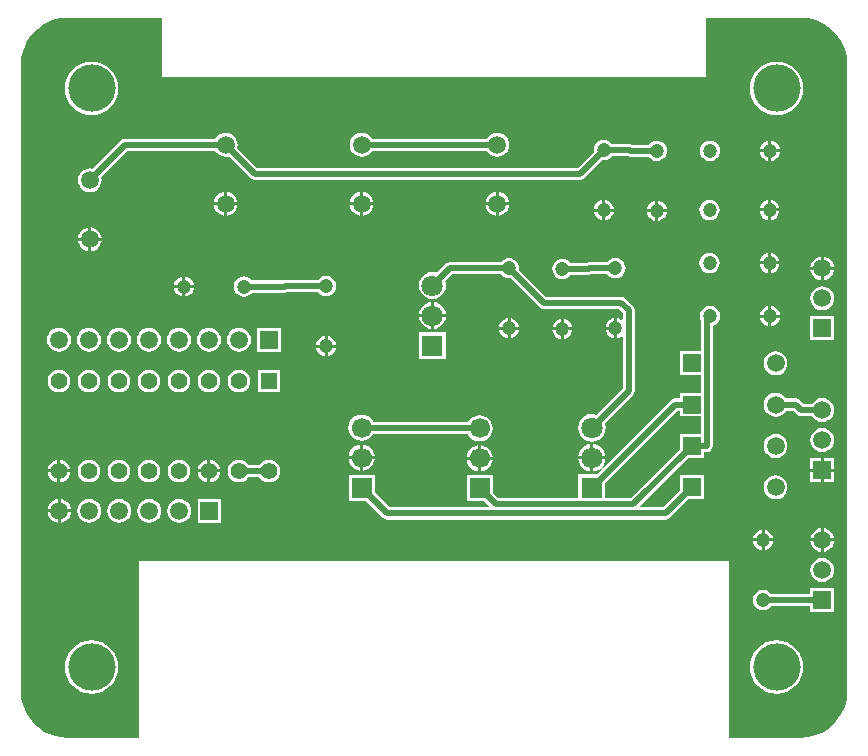
<source format=gbl>
G04*
G04 #@! TF.GenerationSoftware,Altium Limited,Altium Designer,20.2.6 (244)*
G04*
G04 Layer_Physical_Order=2*
G04 Layer_Color=16711680*
%FSLAX25Y25*%
%MOIN*%
G70*
G04*
G04 #@! TF.SameCoordinates,D736F6B9-9090-4B46-9E75-5C41576542F1*
G04*
G04*
G04 #@! TF.FilePolarity,Positive*
G04*
G01*
G75*
%ADD28C,0.02000*%
%ADD29R,0.07087X0.07087*%
%ADD30C,0.07087*%
%ADD31C,0.05906*%
%ADD32C,0.06693*%
%ADD33R,0.06693X0.06693*%
%ADD34C,0.04724*%
%ADD35R,0.05906X0.05906*%
%ADD36R,0.05906X0.05906*%
%ADD37R,0.05512X0.05512*%
%ADD38C,0.05512*%
%ADD39C,0.15748*%
G36*
X503282Y402418D02*
X505933Y401708D01*
X508421Y400548D01*
X510670Y398973D01*
X512611Y397032D01*
X514185Y394783D01*
X515345Y392296D01*
X516056Y389644D01*
X516295Y386909D01*
Y178248D01*
X516056Y175513D01*
X515345Y172862D01*
X514185Y170374D01*
X512611Y168125D01*
X510670Y166184D01*
X508421Y164610D01*
X505933Y163450D01*
X503282Y162739D01*
X500547Y162500D01*
X476925D01*
Y221555D01*
X280075D01*
Y162500D01*
X256453D01*
X253718Y162739D01*
X251067Y163450D01*
X248579Y164610D01*
X246330Y166184D01*
X244389Y168125D01*
X242814Y170374D01*
X241654Y172862D01*
X240944Y175513D01*
X240705Y178248D01*
Y386909D01*
X240944Y389644D01*
X241654Y392296D01*
X242814Y394783D01*
X244389Y397032D01*
X246330Y398973D01*
X248579Y400548D01*
X251067Y401708D01*
X253718Y402418D01*
X256453Y402657D01*
X287949D01*
Y382972D01*
X469051D01*
Y402657D01*
X500547D01*
X503282Y402418D01*
D02*
G37*
%LPC*%
G36*
X492673Y387952D02*
X490934Y387781D01*
X489261Y387274D01*
X487719Y386450D01*
X486368Y385341D01*
X485259Y383989D01*
X484435Y382448D01*
X483928Y380775D01*
X483756Y379035D01*
X483928Y377296D01*
X484435Y375623D01*
X485259Y374081D01*
X486368Y372730D01*
X487719Y371621D01*
X489261Y370797D01*
X490934Y370290D01*
X492673Y370118D01*
X494413Y370290D01*
X496086Y370797D01*
X497627Y371621D01*
X498978Y372730D01*
X500087Y374081D01*
X500911Y375623D01*
X501419Y377296D01*
X501590Y379035D01*
X501419Y380775D01*
X500911Y382448D01*
X500087Y383989D01*
X498978Y385341D01*
X497627Y386450D01*
X496086Y387274D01*
X494413Y387781D01*
X492673Y387952D01*
D02*
G37*
G36*
X264327D02*
X262587Y387781D01*
X260914Y387274D01*
X259373Y386450D01*
X258022Y385341D01*
X256913Y383989D01*
X256089Y382448D01*
X255581Y380775D01*
X255410Y379035D01*
X255581Y377296D01*
X256089Y375623D01*
X256913Y374081D01*
X258022Y372730D01*
X259373Y371621D01*
X260914Y370797D01*
X262587Y370290D01*
X264327Y370118D01*
X266066Y370290D01*
X267739Y370797D01*
X269281Y371621D01*
X270632Y372730D01*
X271741Y374081D01*
X272565Y375623D01*
X273072Y377296D01*
X273244Y379035D01*
X273072Y380775D01*
X272565Y382448D01*
X271741Y383989D01*
X270632Y385341D01*
X269281Y386450D01*
X267739Y387274D01*
X266066Y387781D01*
X264327Y387952D01*
D02*
G37*
G36*
X399606Y364223D02*
X398574Y364087D01*
X397613Y363689D01*
X396787Y363055D01*
X396189Y362275D01*
X357748D01*
X357150Y363055D01*
X356324Y363689D01*
X355363Y364087D01*
X354331Y364223D01*
X353299Y364087D01*
X352337Y363689D01*
X351512Y363055D01*
X350878Y362230D01*
X350480Y361268D01*
X350344Y360236D01*
X350480Y359204D01*
X350878Y358243D01*
X351512Y357417D01*
X352337Y356784D01*
X353299Y356385D01*
X354331Y356249D01*
X355363Y356385D01*
X356324Y356784D01*
X357150Y357417D01*
X357748Y358197D01*
X396189D01*
X396787Y357417D01*
X397613Y356784D01*
X398574Y356385D01*
X399606Y356249D01*
X400638Y356385D01*
X401600Y356784D01*
X402425Y357417D01*
X403059Y358243D01*
X403457Y359204D01*
X403593Y360236D01*
X403457Y361268D01*
X403059Y362230D01*
X402425Y363055D01*
X401600Y363689D01*
X400638Y364087D01*
X399606Y364223D01*
D02*
G37*
G36*
X309055D02*
X308023Y364087D01*
X307062Y363689D01*
X306236Y363055D01*
X305638Y362275D01*
X275591D01*
X275591Y362275D01*
X274810Y362120D01*
X274149Y361678D01*
X264754Y352284D01*
X263780Y352412D01*
X262748Y352276D01*
X261786Y351878D01*
X260961Y351244D01*
X260327Y350419D01*
X259929Y349457D01*
X259793Y348425D01*
X259929Y347393D01*
X260327Y346432D01*
X260961Y345606D01*
X261786Y344972D01*
X262748Y344574D01*
X263780Y344438D01*
X264811Y344574D01*
X265773Y344972D01*
X266599Y345606D01*
X267232Y346432D01*
X267631Y347393D01*
X267766Y348425D01*
X267638Y349400D01*
X276435Y358197D01*
X305638D01*
X306236Y357417D01*
X307062Y356784D01*
X308023Y356385D01*
X309055Y356249D01*
X310030Y356378D01*
X317249Y349158D01*
X317249Y349158D01*
X317911Y348716D01*
X318691Y348561D01*
X427214D01*
X427995Y348716D01*
X428656Y349158D01*
X434591Y355093D01*
X435039Y355034D01*
X435917Y355150D01*
X436735Y355488D01*
X437437Y356027D01*
X437713Y356386D01*
X443174D01*
X443177Y356384D01*
X443957Y356229D01*
X450083D01*
X450358Y355870D01*
X451060Y355331D01*
X451878Y354992D01*
X452756Y354877D01*
X453634Y354992D01*
X454452Y355331D01*
X455154Y355870D01*
X455693Y356572D01*
X456032Y357390D01*
X456147Y358268D01*
X456032Y359145D01*
X455693Y359963D01*
X455154Y360666D01*
X454452Y361205D01*
X453634Y361543D01*
X452756Y361659D01*
X451878Y361543D01*
X451060Y361205D01*
X450358Y360666D01*
X450083Y360307D01*
X444584D01*
X444580Y360309D01*
X443800Y360464D01*
X437713D01*
X437437Y360823D01*
X436735Y361362D01*
X435917Y361701D01*
X435039Y361816D01*
X434162Y361701D01*
X433344Y361362D01*
X432641Y360823D01*
X432102Y360121D01*
X431764Y359303D01*
X431648Y358425D01*
X431707Y357977D01*
X426369Y352639D01*
X319536D01*
X312914Y359261D01*
X313042Y360236D01*
X312906Y361268D01*
X312508Y362230D01*
X311874Y363055D01*
X311049Y363689D01*
X310087Y364087D01*
X309055Y364223D01*
D02*
G37*
G36*
X490972Y361593D02*
Y358768D01*
X493798D01*
X493748Y359145D01*
X493409Y359963D01*
X492870Y360666D01*
X492168Y361205D01*
X491350Y361543D01*
X490972Y361593D01*
D02*
G37*
G36*
X489972D02*
X489595Y361543D01*
X488777Y361205D01*
X488074Y360666D01*
X487535Y359963D01*
X487197Y359145D01*
X487147Y358768D01*
X489972D01*
Y361593D01*
D02*
G37*
G36*
X493798Y357768D02*
X490972D01*
Y354942D01*
X491350Y354992D01*
X492168Y355331D01*
X492870Y355870D01*
X493409Y356572D01*
X493748Y357390D01*
X493798Y357768D01*
D02*
G37*
G36*
X489972D02*
X487147D01*
X487197Y357390D01*
X487535Y356572D01*
X488074Y355870D01*
X488777Y355331D01*
X489595Y354992D01*
X489972Y354942D01*
Y357768D01*
D02*
G37*
G36*
X470472Y361659D02*
X469595Y361543D01*
X468777Y361205D01*
X468074Y360666D01*
X467535Y359963D01*
X467197Y359145D01*
X467081Y358268D01*
X467197Y357390D01*
X467535Y356572D01*
X468074Y355870D01*
X468777Y355331D01*
X469595Y354992D01*
X470472Y354877D01*
X471350Y354992D01*
X472168Y355331D01*
X472870Y355870D01*
X473409Y356572D01*
X473748Y357390D01*
X473864Y358268D01*
X473748Y359145D01*
X473409Y359963D01*
X472870Y360666D01*
X472168Y361205D01*
X471350Y361543D01*
X470472Y361659D01*
D02*
G37*
G36*
X400106Y344472D02*
Y341051D01*
X403527D01*
X403457Y341583D01*
X403059Y342545D01*
X402425Y343370D01*
X401600Y344004D01*
X400638Y344402D01*
X400106Y344472D01*
D02*
G37*
G36*
X354831D02*
Y341051D01*
X358252D01*
X358182Y341583D01*
X357784Y342545D01*
X357150Y343370D01*
X356324Y344004D01*
X355363Y344402D01*
X354831Y344472D01*
D02*
G37*
G36*
X309555D02*
Y341051D01*
X312976D01*
X312906Y341583D01*
X312508Y342545D01*
X311874Y343370D01*
X311049Y344004D01*
X310087Y344402D01*
X309555Y344472D01*
D02*
G37*
G36*
X399106D02*
X398574Y344402D01*
X397613Y344004D01*
X396787Y343370D01*
X396154Y342545D01*
X395755Y341583D01*
X395685Y341051D01*
X399106D01*
Y344472D01*
D02*
G37*
G36*
X353831D02*
X353299Y344402D01*
X352337Y344004D01*
X351512Y343370D01*
X350878Y342545D01*
X350480Y341583D01*
X350410Y341051D01*
X353831D01*
Y344472D01*
D02*
G37*
G36*
X308555D02*
X308023Y344402D01*
X307062Y344004D01*
X306236Y343370D01*
X305603Y342545D01*
X305204Y341583D01*
X305134Y341051D01*
X308555D01*
Y344472D01*
D02*
G37*
G36*
X490815Y341908D02*
Y339083D01*
X493640D01*
X493591Y339460D01*
X493252Y340278D01*
X492713Y340981D01*
X492011Y341519D01*
X491193Y341858D01*
X490815Y341908D01*
D02*
G37*
G36*
X489815D02*
X489437Y341858D01*
X488619Y341519D01*
X487917Y340981D01*
X487378Y340278D01*
X487039Y339460D01*
X486990Y339083D01*
X489815D01*
Y341908D01*
D02*
G37*
G36*
X435539Y341751D02*
Y338925D01*
X438365D01*
X438315Y339303D01*
X437976Y340121D01*
X437437Y340823D01*
X436735Y341362D01*
X435917Y341701D01*
X435539Y341751D01*
D02*
G37*
G36*
X434539D02*
X434162Y341701D01*
X433344Y341362D01*
X432641Y340823D01*
X432102Y340121D01*
X431764Y339303D01*
X431714Y338925D01*
X434539D01*
Y341751D01*
D02*
G37*
G36*
X453256Y341593D02*
Y338768D01*
X456081D01*
X456032Y339145D01*
X455693Y339963D01*
X455154Y340666D01*
X454452Y341205D01*
X453634Y341544D01*
X453256Y341593D01*
D02*
G37*
G36*
X452256D02*
X451878Y341544D01*
X451060Y341205D01*
X450358Y340666D01*
X449819Y339963D01*
X449480Y339145D01*
X449431Y338768D01*
X452256D01*
Y341593D01*
D02*
G37*
G36*
X403527Y340051D02*
X400106D01*
Y336630D01*
X400638Y336700D01*
X401600Y337099D01*
X402425Y337732D01*
X403059Y338558D01*
X403457Y339519D01*
X403527Y340051D01*
D02*
G37*
G36*
X358252D02*
X354831D01*
Y336630D01*
X355363Y336700D01*
X356324Y337099D01*
X357150Y337732D01*
X357784Y338558D01*
X358182Y339519D01*
X358252Y340051D01*
D02*
G37*
G36*
X312976D02*
X309555D01*
Y336630D01*
X310087Y336700D01*
X311049Y337099D01*
X311874Y337732D01*
X312508Y338558D01*
X312906Y339519D01*
X312976Y340051D01*
D02*
G37*
G36*
X399106D02*
X395685D01*
X395755Y339519D01*
X396154Y338558D01*
X396787Y337732D01*
X397613Y337099D01*
X398574Y336700D01*
X399106Y336630D01*
Y340051D01*
D02*
G37*
G36*
X353831D02*
X350410D01*
X350480Y339519D01*
X350878Y338558D01*
X351512Y337732D01*
X352337Y337099D01*
X353299Y336700D01*
X353831Y336630D01*
Y340051D01*
D02*
G37*
G36*
X308555D02*
X305134D01*
X305204Y339519D01*
X305603Y338558D01*
X306236Y337732D01*
X307062Y337099D01*
X308023Y336700D01*
X308555Y336630D01*
Y340051D01*
D02*
G37*
G36*
X493640Y338083D02*
X490815D01*
Y335257D01*
X491193Y335307D01*
X492011Y335646D01*
X492713Y336185D01*
X493252Y336887D01*
X493591Y337705D01*
X493640Y338083D01*
D02*
G37*
G36*
X489815D02*
X486990D01*
X487039Y337705D01*
X487378Y336887D01*
X487917Y336185D01*
X488619Y335646D01*
X489437Y335307D01*
X489815Y335257D01*
Y338083D01*
D02*
G37*
G36*
X470315Y341974D02*
X469437Y341858D01*
X468619Y341519D01*
X467917Y340981D01*
X467378Y340278D01*
X467039Y339460D01*
X466924Y338583D01*
X467039Y337705D01*
X467378Y336887D01*
X467917Y336185D01*
X468619Y335646D01*
X469437Y335307D01*
X470315Y335191D01*
X471193Y335307D01*
X472011Y335646D01*
X472713Y336185D01*
X473252Y336887D01*
X473591Y337705D01*
X473706Y338583D01*
X473591Y339460D01*
X473252Y340278D01*
X472713Y340981D01*
X472011Y341519D01*
X471193Y341858D01*
X470315Y341974D01*
D02*
G37*
G36*
X438365Y337925D02*
X435539D01*
Y335100D01*
X435917Y335150D01*
X436735Y335488D01*
X437437Y336027D01*
X437976Y336730D01*
X438315Y337547D01*
X438365Y337925D01*
D02*
G37*
G36*
X434539D02*
X431714D01*
X431764Y337547D01*
X432102Y336730D01*
X432641Y336027D01*
X433344Y335488D01*
X434162Y335150D01*
X434539Y335100D01*
Y337925D01*
D02*
G37*
G36*
X456081Y337768D02*
X453256D01*
Y334942D01*
X453634Y334992D01*
X454452Y335331D01*
X455154Y335870D01*
X455693Y336572D01*
X456032Y337390D01*
X456081Y337768D01*
D02*
G37*
G36*
X452256D02*
X449431D01*
X449480Y337390D01*
X449819Y336572D01*
X450358Y335870D01*
X451060Y335331D01*
X451878Y334992D01*
X452256Y334942D01*
Y337768D01*
D02*
G37*
G36*
X264280Y332661D02*
Y329240D01*
X267701D01*
X267631Y329772D01*
X267232Y330734D01*
X266599Y331559D01*
X265773Y332193D01*
X264811Y332591D01*
X264280Y332661D01*
D02*
G37*
G36*
X263280D02*
X262748Y332591D01*
X261786Y332193D01*
X260961Y331559D01*
X260327Y330734D01*
X259929Y329772D01*
X259859Y329240D01*
X263280D01*
Y332661D01*
D02*
G37*
G36*
X267701Y328240D02*
X264280D01*
Y324819D01*
X264811Y324889D01*
X265773Y325288D01*
X266599Y325921D01*
X267232Y326747D01*
X267631Y327708D01*
X267701Y328240D01*
D02*
G37*
G36*
X263280D02*
X259859D01*
X259929Y327708D01*
X260327Y326747D01*
X260961Y325921D01*
X261786Y325288D01*
X262748Y324889D01*
X263280Y324819D01*
Y328240D01*
D02*
G37*
G36*
X490815Y324192D02*
Y321366D01*
X493640D01*
X493591Y321744D01*
X493252Y322562D01*
X492713Y323264D01*
X492011Y323803D01*
X491193Y324142D01*
X490815Y324192D01*
D02*
G37*
G36*
X489815D02*
X489437Y324142D01*
X488619Y323803D01*
X487917Y323264D01*
X487378Y322562D01*
X487039Y321744D01*
X486990Y321366D01*
X489815D01*
Y324192D01*
D02*
G37*
G36*
X438976Y322446D02*
X438099Y322331D01*
X437281Y321992D01*
X436578Y321453D01*
X436303Y321094D01*
X430158D01*
X429377Y320939D01*
X429374Y320937D01*
X423933D01*
X423658Y321296D01*
X422955Y321834D01*
X422137Y322173D01*
X421260Y322289D01*
X420382Y322173D01*
X419564Y321834D01*
X418862Y321296D01*
X418323Y320593D01*
X417984Y319775D01*
X417869Y318898D01*
X417984Y318020D01*
X418323Y317202D01*
X418862Y316500D01*
X419564Y315961D01*
X420382Y315622D01*
X421260Y315506D01*
X422137Y315622D01*
X422955Y315961D01*
X423658Y316500D01*
X423933Y316858D01*
X430000D01*
X430780Y317014D01*
X430784Y317016D01*
X436303D01*
X436578Y316657D01*
X437281Y316118D01*
X438099Y315779D01*
X438976Y315664D01*
X439854Y315779D01*
X440672Y316118D01*
X441374Y316657D01*
X441913Y317360D01*
X442252Y318178D01*
X442368Y319055D01*
X442252Y319933D01*
X441913Y320751D01*
X441374Y321453D01*
X440672Y321992D01*
X439854Y322331D01*
X438976Y322446D01*
D02*
G37*
G36*
X508374Y322976D02*
Y319555D01*
X511795D01*
X511725Y320087D01*
X511327Y321049D01*
X510693Y321874D01*
X509867Y322508D01*
X508906Y322906D01*
X508374Y322976D01*
D02*
G37*
G36*
X507374D02*
X506842Y322906D01*
X505881Y322508D01*
X505055Y321874D01*
X504421Y321049D01*
X504023Y320087D01*
X503953Y319555D01*
X507374D01*
Y322976D01*
D02*
G37*
G36*
X403543Y322446D02*
X402666Y322331D01*
X401848Y321992D01*
X401145Y321453D01*
X400870Y321094D01*
X383701D01*
X382921Y320939D01*
X382259Y320497D01*
X379391Y317629D01*
X379139Y317733D01*
X377953Y317889D01*
X376767Y317733D01*
X375661Y317276D01*
X374712Y316547D01*
X373984Y315598D01*
X373526Y314493D01*
X373370Y313307D01*
X373526Y312121D01*
X373984Y311016D01*
X374712Y310067D01*
X375661Y309338D01*
X376767Y308881D01*
X377953Y308724D01*
X379139Y308881D01*
X380244Y309338D01*
X381193Y310067D01*
X381921Y311016D01*
X382379Y312121D01*
X382535Y313307D01*
X382379Y314493D01*
X382275Y314745D01*
X384546Y317016D01*
X400870D01*
X401145Y316657D01*
X401848Y316118D01*
X402666Y315779D01*
X403543Y315664D01*
X403992Y315723D01*
X413657Y306058D01*
X414318Y305616D01*
X415099Y305461D01*
X440055D01*
X441361Y304155D01*
Y302029D01*
X440912Y301808D01*
X440672Y301992D01*
X439854Y302331D01*
X439476Y302381D01*
Y299055D01*
Y295730D01*
X439854Y295779D01*
X440672Y296118D01*
X440912Y296303D01*
X441361Y296082D01*
Y279048D01*
X432541Y270228D01*
X432288Y270332D01*
X431102Y270488D01*
X429916Y270332D01*
X428811Y269874D01*
X427862Y269146D01*
X427134Y268197D01*
X426676Y267092D01*
X426520Y265906D01*
X426676Y264720D01*
X427134Y263614D01*
X427862Y262665D01*
X428811Y261937D01*
X429916Y261479D01*
X431102Y261323D01*
X432288Y261479D01*
X433394Y261937D01*
X434343Y262665D01*
X435071Y263614D01*
X435529Y264720D01*
X435685Y265906D01*
X435529Y267092D01*
X435424Y267344D01*
X444842Y276761D01*
X445284Y277423D01*
X445439Y278203D01*
Y305000D01*
X445284Y305780D01*
X444842Y306442D01*
X442342Y308942D01*
X441680Y309384D01*
X440900Y309539D01*
X415943D01*
X406876Y318607D01*
X406935Y319055D01*
X406819Y319933D01*
X406480Y320751D01*
X405941Y321453D01*
X405239Y321992D01*
X404421Y322331D01*
X403543Y322446D01*
D02*
G37*
G36*
X493640Y320366D02*
X490815D01*
Y317541D01*
X491193Y317590D01*
X492011Y317929D01*
X492713Y318468D01*
X493252Y319171D01*
X493591Y319988D01*
X493640Y320366D01*
D02*
G37*
G36*
X489815D02*
X486990D01*
X487039Y319988D01*
X487378Y319171D01*
X487917Y318468D01*
X488619Y317929D01*
X489437Y317590D01*
X489815Y317541D01*
Y320366D01*
D02*
G37*
G36*
X470315Y324257D02*
X469437Y324142D01*
X468619Y323803D01*
X467917Y323264D01*
X467378Y322562D01*
X467039Y321744D01*
X466924Y320866D01*
X467039Y319988D01*
X467378Y319171D01*
X467917Y318468D01*
X468619Y317929D01*
X469437Y317590D01*
X470315Y317475D01*
X471193Y317590D01*
X472011Y317929D01*
X472713Y318468D01*
X473252Y319171D01*
X473591Y319988D01*
X473706Y320866D01*
X473591Y321744D01*
X473252Y322562D01*
X472713Y323264D01*
X472011Y323803D01*
X471193Y324142D01*
X470315Y324257D01*
D02*
G37*
G36*
X511795Y318555D02*
X508374D01*
Y315134D01*
X508906Y315204D01*
X509867Y315602D01*
X510693Y316236D01*
X511327Y317062D01*
X511725Y318023D01*
X511795Y318555D01*
D02*
G37*
G36*
X507374D02*
X503953D01*
X504023Y318023D01*
X504421Y317062D01*
X505055Y316236D01*
X505881Y315602D01*
X506842Y315204D01*
X507374Y315134D01*
Y318555D01*
D02*
G37*
G36*
X342520Y316541D02*
X341642Y316425D01*
X340824Y316087D01*
X340122Y315548D01*
X339846Y315189D01*
X328857D01*
X328077Y315034D01*
X328074Y315031D01*
X317791D01*
X317516Y315390D01*
X316814Y315929D01*
X315996Y316268D01*
X315118Y316383D01*
X314241Y316268D01*
X313423Y315929D01*
X312720Y315390D01*
X312181Y314688D01*
X311842Y313870D01*
X311727Y312992D01*
X311842Y312115D01*
X312181Y311297D01*
X312720Y310594D01*
X313423Y310055D01*
X314241Y309717D01*
X315118Y309601D01*
X315996Y309717D01*
X316814Y310055D01*
X317516Y310594D01*
X317791Y310953D01*
X328700D01*
X329480Y311108D01*
X329484Y311110D01*
X339846D01*
X340122Y310752D01*
X340824Y310213D01*
X341642Y309874D01*
X342520Y309758D01*
X343397Y309874D01*
X344215Y310213D01*
X344917Y310752D01*
X345457Y311454D01*
X345795Y312272D01*
X345911Y313150D01*
X345795Y314027D01*
X345457Y314845D01*
X344917Y315548D01*
X344215Y316087D01*
X343397Y316425D01*
X342520Y316541D01*
D02*
G37*
G36*
X295618Y316318D02*
Y313492D01*
X298444D01*
X298394Y313870D01*
X298055Y314688D01*
X297516Y315390D01*
X296814Y315929D01*
X295996Y316268D01*
X295618Y316318D01*
D02*
G37*
G36*
X294618D02*
X294240Y316268D01*
X293423Y315929D01*
X292720Y315390D01*
X292181Y314688D01*
X291843Y313870D01*
X291793Y313492D01*
X294618D01*
Y316318D01*
D02*
G37*
G36*
X298444Y312492D02*
X295618D01*
Y309667D01*
X295996Y309717D01*
X296814Y310055D01*
X297516Y310594D01*
X298055Y311297D01*
X298394Y312115D01*
X298444Y312492D01*
D02*
G37*
G36*
X294618D02*
X291793D01*
X291843Y312115D01*
X292181Y311297D01*
X292720Y310594D01*
X293423Y310055D01*
X294240Y309717D01*
X294618Y309667D01*
Y312492D01*
D02*
G37*
G36*
X507874Y313042D02*
X506842Y312906D01*
X505881Y312508D01*
X505055Y311874D01*
X504421Y311049D01*
X504023Y310087D01*
X503887Y309055D01*
X504023Y308023D01*
X504421Y307062D01*
X505055Y306236D01*
X505881Y305603D01*
X506842Y305204D01*
X507874Y305068D01*
X508906Y305204D01*
X509867Y305603D01*
X510693Y306236D01*
X511327Y307062D01*
X511725Y308023D01*
X511861Y309055D01*
X511725Y310087D01*
X511327Y311049D01*
X510693Y311874D01*
X509867Y312508D01*
X508906Y312906D01*
X507874Y313042D01*
D02*
G37*
G36*
X378453Y307824D02*
Y303807D01*
X382470D01*
X382379Y304493D01*
X381921Y305598D01*
X381193Y306547D01*
X380244Y307276D01*
X379139Y307733D01*
X378453Y307824D01*
D02*
G37*
G36*
X377453D02*
X376767Y307733D01*
X375661Y307276D01*
X374712Y306547D01*
X373984Y305598D01*
X373526Y304493D01*
X373436Y303807D01*
X377453D01*
Y307824D01*
D02*
G37*
G36*
X490972Y306475D02*
Y303650D01*
X493798D01*
X493748Y304027D01*
X493409Y304845D01*
X492870Y305548D01*
X492168Y306086D01*
X491350Y306425D01*
X490972Y306475D01*
D02*
G37*
G36*
X489972D02*
X489595Y306425D01*
X488777Y306086D01*
X488074Y305548D01*
X487535Y304845D01*
X487197Y304027D01*
X487147Y303650D01*
X489972D01*
Y306475D01*
D02*
G37*
G36*
X493798Y302650D02*
X490972D01*
Y299824D01*
X491350Y299874D01*
X492168Y300213D01*
X492870Y300752D01*
X493409Y301454D01*
X493748Y302272D01*
X493798Y302650D01*
D02*
G37*
G36*
X489972D02*
X487147D01*
X487197Y302272D01*
X487535Y301454D01*
X488074Y300752D01*
X488777Y300213D01*
X489595Y299874D01*
X489972Y299824D01*
Y302650D01*
D02*
G37*
G36*
X404043Y302381D02*
Y299555D01*
X406869D01*
X406819Y299933D01*
X406480Y300751D01*
X405941Y301453D01*
X405239Y301992D01*
X404421Y302331D01*
X404043Y302381D01*
D02*
G37*
G36*
X438476D02*
X438099Y302331D01*
X437281Y301992D01*
X436578Y301453D01*
X436039Y300751D01*
X435701Y299933D01*
X435651Y299555D01*
X438476D01*
Y302381D01*
D02*
G37*
G36*
X403043D02*
X402666Y302331D01*
X401848Y301992D01*
X401145Y301453D01*
X400606Y300751D01*
X400268Y299933D01*
X400218Y299555D01*
X403043D01*
Y302381D01*
D02*
G37*
G36*
X421760Y302223D02*
Y299398D01*
X424585D01*
X424536Y299775D01*
X424197Y300593D01*
X423658Y301296D01*
X422955Y301835D01*
X422137Y302173D01*
X421760Y302223D01*
D02*
G37*
G36*
X420760D02*
X420382Y302173D01*
X419564Y301835D01*
X418862Y301296D01*
X418323Y300593D01*
X417984Y299775D01*
X417934Y299398D01*
X420760D01*
Y302223D01*
D02*
G37*
G36*
X382470Y302807D02*
X378453D01*
Y298790D01*
X379139Y298881D01*
X380244Y299338D01*
X381193Y300067D01*
X381921Y301016D01*
X382379Y302121D01*
X382470Y302807D01*
D02*
G37*
G36*
X377453D02*
X373436D01*
X373526Y302121D01*
X373984Y301016D01*
X374712Y300067D01*
X375661Y299338D01*
X376767Y298881D01*
X377453Y298790D01*
Y302807D01*
D02*
G37*
G36*
X406869Y298555D02*
X404043D01*
Y295730D01*
X404421Y295779D01*
X405239Y296118D01*
X405941Y296657D01*
X406480Y297360D01*
X406819Y298178D01*
X406869Y298555D01*
D02*
G37*
G36*
X438476D02*
X435651D01*
X435701Y298178D01*
X436039Y297360D01*
X436578Y296657D01*
X437281Y296118D01*
X438099Y295779D01*
X438476Y295730D01*
Y298555D01*
D02*
G37*
G36*
X403043D02*
X400218D01*
X400268Y298178D01*
X400606Y297360D01*
X401145Y296657D01*
X401848Y296118D01*
X402666Y295779D01*
X403043Y295730D01*
Y298555D01*
D02*
G37*
G36*
X424585Y298398D02*
X421760D01*
Y295572D01*
X422137Y295622D01*
X422955Y295961D01*
X423658Y296500D01*
X424197Y297202D01*
X424536Y298020D01*
X424585Y298398D01*
D02*
G37*
G36*
X420760D02*
X417934D01*
X417984Y298020D01*
X418323Y297202D01*
X418862Y296500D01*
X419564Y295961D01*
X420382Y295622D01*
X420760Y295572D01*
Y298398D01*
D02*
G37*
G36*
X511827Y303008D02*
X503921D01*
Y295102D01*
X511827D01*
Y303008D01*
D02*
G37*
G36*
X343020Y296475D02*
Y293650D01*
X345845D01*
X345795Y294027D01*
X345457Y294845D01*
X344917Y295548D01*
X344215Y296087D01*
X343397Y296425D01*
X343020Y296475D01*
D02*
G37*
G36*
X342020D02*
X341642Y296425D01*
X340824Y296087D01*
X340122Y295548D01*
X339583Y294845D01*
X339244Y294027D01*
X339194Y293650D01*
X342020D01*
Y296475D01*
D02*
G37*
G36*
X327417Y299228D02*
X319512D01*
Y291323D01*
X327417D01*
Y299228D01*
D02*
G37*
G36*
X313465Y299262D02*
X312433Y299127D01*
X311471Y298728D01*
X310646Y298095D01*
X310012Y297269D01*
X309614Y296307D01*
X309478Y295276D01*
X309614Y294244D01*
X310012Y293282D01*
X310646Y292457D01*
X311471Y291823D01*
X312433Y291425D01*
X313465Y291289D01*
X314496Y291425D01*
X315458Y291823D01*
X316284Y292457D01*
X316917Y293282D01*
X317316Y294244D01*
X317452Y295276D01*
X317316Y296307D01*
X316917Y297269D01*
X316284Y298095D01*
X315458Y298728D01*
X314496Y299127D01*
X313465Y299262D01*
D02*
G37*
G36*
X303465D02*
X302433Y299127D01*
X301471Y298728D01*
X300645Y298095D01*
X300012Y297269D01*
X299614Y296307D01*
X299478Y295276D01*
X299614Y294244D01*
X300012Y293282D01*
X300645Y292457D01*
X301471Y291823D01*
X302433Y291425D01*
X303465Y291289D01*
X304497Y291425D01*
X305458Y291823D01*
X306284Y292457D01*
X306917Y293282D01*
X307316Y294244D01*
X307452Y295276D01*
X307316Y296307D01*
X306917Y297269D01*
X306284Y298095D01*
X305458Y298728D01*
X304497Y299127D01*
X303465Y299262D01*
D02*
G37*
G36*
X293465D02*
X292433Y299127D01*
X291471Y298728D01*
X290646Y298095D01*
X290012Y297269D01*
X289614Y296307D01*
X289478Y295276D01*
X289614Y294244D01*
X290012Y293282D01*
X290646Y292457D01*
X291471Y291823D01*
X292433Y291425D01*
X293465Y291289D01*
X294496Y291425D01*
X295458Y291823D01*
X296284Y292457D01*
X296917Y293282D01*
X297316Y294244D01*
X297451Y295276D01*
X297316Y296307D01*
X296917Y297269D01*
X296284Y298095D01*
X295458Y298728D01*
X294496Y299127D01*
X293465Y299262D01*
D02*
G37*
G36*
X283465D02*
X282433Y299127D01*
X281471Y298728D01*
X280645Y298095D01*
X280012Y297269D01*
X279614Y296307D01*
X279478Y295276D01*
X279614Y294244D01*
X280012Y293282D01*
X280645Y292457D01*
X281471Y291823D01*
X282433Y291425D01*
X283465Y291289D01*
X284496Y291425D01*
X285458Y291823D01*
X286284Y292457D01*
X286917Y293282D01*
X287316Y294244D01*
X287452Y295276D01*
X287316Y296307D01*
X286917Y297269D01*
X286284Y298095D01*
X285458Y298728D01*
X284496Y299127D01*
X283465Y299262D01*
D02*
G37*
G36*
X273465D02*
X272433Y299127D01*
X271471Y298728D01*
X270645Y298095D01*
X270012Y297269D01*
X269614Y296307D01*
X269478Y295276D01*
X269614Y294244D01*
X270012Y293282D01*
X270645Y292457D01*
X271471Y291823D01*
X272433Y291425D01*
X273465Y291289D01*
X274497Y291425D01*
X275458Y291823D01*
X276284Y292457D01*
X276917Y293282D01*
X277316Y294244D01*
X277451Y295276D01*
X277316Y296307D01*
X276917Y297269D01*
X276284Y298095D01*
X275458Y298728D01*
X274497Y299127D01*
X273465Y299262D01*
D02*
G37*
G36*
X263465D02*
X262433Y299127D01*
X261471Y298728D01*
X260646Y298095D01*
X260012Y297269D01*
X259614Y296307D01*
X259478Y295276D01*
X259614Y294244D01*
X260012Y293282D01*
X260646Y292457D01*
X261471Y291823D01*
X262433Y291425D01*
X263465Y291289D01*
X264496Y291425D01*
X265458Y291823D01*
X266284Y292457D01*
X266917Y293282D01*
X267316Y294244D01*
X267452Y295276D01*
X267316Y296307D01*
X266917Y297269D01*
X266284Y298095D01*
X265458Y298728D01*
X264496Y299127D01*
X263465Y299262D01*
D02*
G37*
G36*
X253465D02*
X252433Y299127D01*
X251471Y298728D01*
X250645Y298095D01*
X250012Y297269D01*
X249614Y296307D01*
X249478Y295276D01*
X249614Y294244D01*
X250012Y293282D01*
X250645Y292457D01*
X251471Y291823D01*
X252433Y291425D01*
X253465Y291289D01*
X254497Y291425D01*
X255458Y291823D01*
X256284Y292457D01*
X256917Y293282D01*
X257316Y294244D01*
X257452Y295276D01*
X257316Y296307D01*
X256917Y297269D01*
X256284Y298095D01*
X255458Y298728D01*
X254497Y299127D01*
X253465Y299262D01*
D02*
G37*
G36*
X345845Y292650D02*
X343020D01*
Y289824D01*
X343397Y289874D01*
X344215Y290213D01*
X344917Y290752D01*
X345457Y291454D01*
X345795Y292272D01*
X345845Y292650D01*
D02*
G37*
G36*
X342020D02*
X339194D01*
X339244Y292272D01*
X339583Y291454D01*
X340122Y290752D01*
X340824Y290213D01*
X341642Y289874D01*
X342020Y289824D01*
Y292650D01*
D02*
G37*
G36*
X382496Y297850D02*
X373410D01*
Y288764D01*
X382496D01*
Y297850D01*
D02*
G37*
G36*
X492323Y291389D02*
X491291Y291253D01*
X490329Y290854D01*
X489504Y290221D01*
X488870Y289395D01*
X488472Y288434D01*
X488336Y287402D01*
X488472Y286370D01*
X488870Y285408D01*
X489504Y284582D01*
X490329Y283949D01*
X491291Y283551D01*
X492323Y283415D01*
X493355Y283551D01*
X494316Y283949D01*
X495142Y284582D01*
X495776Y285408D01*
X496174Y286370D01*
X496310Y287402D01*
X496174Y288434D01*
X495776Y289395D01*
X495142Y290221D01*
X494316Y290854D01*
X493355Y291253D01*
X492323Y291389D01*
D02*
G37*
G36*
X327221Y285252D02*
X319709D01*
Y277740D01*
X327221D01*
Y285252D01*
D02*
G37*
G36*
X313465Y285284D02*
X312484Y285155D01*
X311570Y284777D01*
X310786Y284175D01*
X310184Y283390D01*
X309805Y282476D01*
X309676Y281496D01*
X309805Y280516D01*
X310184Y279602D01*
X310786Y278817D01*
X311570Y278215D01*
X312484Y277837D01*
X313465Y277708D01*
X314445Y277837D01*
X315359Y278215D01*
X316143Y278817D01*
X316745Y279602D01*
X317124Y280516D01*
X317253Y281496D01*
X317124Y282476D01*
X316745Y283390D01*
X316143Y284175D01*
X315359Y284777D01*
X314445Y285155D01*
X313465Y285284D01*
D02*
G37*
G36*
X303465D02*
X302484Y285155D01*
X301570Y284777D01*
X300786Y284175D01*
X300184Y283390D01*
X299805Y282476D01*
X299676Y281496D01*
X299805Y280516D01*
X300184Y279602D01*
X300786Y278817D01*
X301570Y278215D01*
X302484Y277837D01*
X303465Y277708D01*
X304445Y277837D01*
X305359Y278215D01*
X306143Y278817D01*
X306745Y279602D01*
X307124Y280516D01*
X307253Y281496D01*
X307124Y282476D01*
X306745Y283390D01*
X306143Y284175D01*
X305359Y284777D01*
X304445Y285155D01*
X303465Y285284D01*
D02*
G37*
G36*
X293465D02*
X292484Y285155D01*
X291570Y284777D01*
X290786Y284175D01*
X290184Y283390D01*
X289805Y282476D01*
X289676Y281496D01*
X289805Y280516D01*
X290184Y279602D01*
X290786Y278817D01*
X291570Y278215D01*
X292484Y277837D01*
X293465Y277708D01*
X294445Y277837D01*
X295359Y278215D01*
X296143Y278817D01*
X296745Y279602D01*
X297124Y280516D01*
X297253Y281496D01*
X297124Y282476D01*
X296745Y283390D01*
X296143Y284175D01*
X295359Y284777D01*
X294445Y285155D01*
X293465Y285284D01*
D02*
G37*
G36*
X283465D02*
X282484Y285155D01*
X281570Y284777D01*
X280786Y284175D01*
X280184Y283390D01*
X279805Y282476D01*
X279676Y281496D01*
X279805Y280516D01*
X280184Y279602D01*
X280786Y278817D01*
X281570Y278215D01*
X282484Y277837D01*
X283465Y277708D01*
X284445Y277837D01*
X285359Y278215D01*
X286143Y278817D01*
X286745Y279602D01*
X287124Y280516D01*
X287253Y281496D01*
X287124Y282476D01*
X286745Y283390D01*
X286143Y284175D01*
X285359Y284777D01*
X284445Y285155D01*
X283465Y285284D01*
D02*
G37*
G36*
X273465D02*
X272484Y285155D01*
X271570Y284777D01*
X270786Y284175D01*
X270184Y283390D01*
X269805Y282476D01*
X269676Y281496D01*
X269805Y280516D01*
X270184Y279602D01*
X270786Y278817D01*
X271570Y278215D01*
X272484Y277837D01*
X273465Y277708D01*
X274445Y277837D01*
X275359Y278215D01*
X276143Y278817D01*
X276745Y279602D01*
X277124Y280516D01*
X277253Y281496D01*
X277124Y282476D01*
X276745Y283390D01*
X276143Y284175D01*
X275359Y284777D01*
X274445Y285155D01*
X273465Y285284D01*
D02*
G37*
G36*
X263465D02*
X262484Y285155D01*
X261570Y284777D01*
X260786Y284175D01*
X260184Y283390D01*
X259805Y282476D01*
X259676Y281496D01*
X259805Y280516D01*
X260184Y279602D01*
X260786Y278817D01*
X261570Y278215D01*
X262484Y277837D01*
X263465Y277708D01*
X264445Y277837D01*
X265359Y278215D01*
X266143Y278817D01*
X266745Y279602D01*
X267124Y280516D01*
X267253Y281496D01*
X267124Y282476D01*
X266745Y283390D01*
X266143Y284175D01*
X265359Y284777D01*
X264445Y285155D01*
X263465Y285284D01*
D02*
G37*
G36*
X253465D02*
X252484Y285155D01*
X251570Y284777D01*
X250786Y284175D01*
X250184Y283390D01*
X249805Y282476D01*
X249676Y281496D01*
X249805Y280516D01*
X250184Y279602D01*
X250786Y278817D01*
X251570Y278215D01*
X252484Y277837D01*
X253465Y277708D01*
X254445Y277837D01*
X255359Y278215D01*
X256143Y278817D01*
X256745Y279602D01*
X257124Y280516D01*
X257253Y281496D01*
X257124Y282476D01*
X256745Y283390D01*
X256143Y284175D01*
X255359Y284777D01*
X254445Y285155D01*
X253465Y285284D01*
D02*
G37*
G36*
X492323Y277609D02*
X491291Y277473D01*
X490329Y277075D01*
X489504Y276441D01*
X488870Y275615D01*
X488472Y274654D01*
X488336Y273622D01*
X488472Y272590D01*
X488870Y271629D01*
X489504Y270803D01*
X490329Y270169D01*
X491291Y269771D01*
X492323Y269635D01*
X493355Y269771D01*
X494316Y270169D01*
X495142Y270803D01*
X495740Y271583D01*
X498255D01*
X499469Y270369D01*
X500131Y269927D01*
X500911Y269772D01*
X504456D01*
X505055Y268992D01*
X505881Y268358D01*
X506842Y267960D01*
X507874Y267824D01*
X508906Y267960D01*
X509867Y268358D01*
X510693Y268992D01*
X511327Y269818D01*
X511725Y270779D01*
X511861Y271811D01*
X511725Y272843D01*
X511327Y273804D01*
X510693Y274630D01*
X509867Y275264D01*
X508906Y275662D01*
X507874Y275798D01*
X506842Y275662D01*
X505881Y275264D01*
X505055Y274630D01*
X504456Y273850D01*
X501756D01*
X500542Y275064D01*
X499880Y275506D01*
X499100Y275661D01*
X495740D01*
X495142Y276441D01*
X494316Y277075D01*
X493355Y277473D01*
X492323Y277609D01*
D02*
G37*
G36*
X354331Y270290D02*
X353196Y270140D01*
X352139Y269702D01*
X351231Y269005D01*
X350534Y268098D01*
X350096Y267040D01*
X349947Y265906D01*
X350096Y264771D01*
X350534Y263714D01*
X351231Y262806D01*
X352139Y262109D01*
X353196Y261671D01*
X354331Y261522D01*
X355466Y261671D01*
X356523Y262109D01*
X357431Y262806D01*
X358127Y263714D01*
X358191Y263866D01*
X373274D01*
X373277Y263864D01*
X374058Y263709D01*
X389841D01*
X389904Y263556D01*
X390601Y262648D01*
X391509Y261951D01*
X392566Y261513D01*
X393701Y261364D01*
X394835Y261513D01*
X395893Y261951D01*
X396801Y262648D01*
X397497Y263556D01*
X397935Y264613D01*
X398085Y265748D01*
X397935Y266883D01*
X397497Y267940D01*
X396801Y268848D01*
X395893Y269545D01*
X394835Y269983D01*
X393701Y270132D01*
X392566Y269983D01*
X391509Y269545D01*
X390601Y268848D01*
X389904Y267940D01*
X389841Y267787D01*
X374684D01*
X374680Y267790D01*
X373900Y267945D01*
X358191D01*
X358127Y268098D01*
X357431Y269005D01*
X356523Y269702D01*
X355466Y270140D01*
X354331Y270290D01*
D02*
G37*
G36*
X507874Y265798D02*
X506842Y265662D01*
X505881Y265264D01*
X505055Y264630D01*
X504421Y263804D01*
X504023Y262843D01*
X503887Y261811D01*
X504023Y260779D01*
X504421Y259818D01*
X505055Y258992D01*
X505881Y258358D01*
X506842Y257960D01*
X507874Y257824D01*
X508906Y257960D01*
X509867Y258358D01*
X510693Y258992D01*
X511327Y259818D01*
X511725Y260779D01*
X511861Y261811D01*
X511725Y262843D01*
X511327Y263804D01*
X510693Y264630D01*
X509867Y265264D01*
X508906Y265662D01*
X507874Y265798D01*
D02*
G37*
G36*
X431602Y260422D02*
Y256406D01*
X435619D01*
X435529Y257092D01*
X435071Y258197D01*
X434343Y259146D01*
X433394Y259874D01*
X432288Y260332D01*
X431602Y260422D01*
D02*
G37*
G36*
X354831Y260224D02*
Y256406D01*
X358649D01*
X358565Y257040D01*
X358127Y258098D01*
X357431Y259005D01*
X356523Y259702D01*
X355466Y260140D01*
X354831Y260224D01*
D02*
G37*
G36*
X353831D02*
X353196Y260140D01*
X352139Y259702D01*
X351231Y259005D01*
X350534Y258098D01*
X350096Y257040D01*
X350013Y256406D01*
X353831D01*
Y260224D01*
D02*
G37*
G36*
X430602Y260422D02*
X429916Y260332D01*
X428811Y259874D01*
X427862Y259146D01*
X427134Y258197D01*
X426676Y257092D01*
X426586Y256406D01*
X430602D01*
Y260422D01*
D02*
G37*
G36*
X394201Y260066D02*
Y256248D01*
X398019D01*
X397935Y256883D01*
X397497Y257940D01*
X396801Y258848D01*
X395893Y259545D01*
X394835Y259983D01*
X394201Y260066D01*
D02*
G37*
G36*
X393201D02*
X392566Y259983D01*
X391509Y259545D01*
X390601Y258848D01*
X389904Y257940D01*
X389466Y256883D01*
X389383Y256248D01*
X393201D01*
Y260066D01*
D02*
G37*
G36*
X492323Y263829D02*
X491291Y263694D01*
X490329Y263295D01*
X489504Y262662D01*
X488870Y261836D01*
X488472Y260875D01*
X488336Y259843D01*
X488472Y258811D01*
X488870Y257849D01*
X489504Y257024D01*
X490329Y256390D01*
X491291Y255992D01*
X492323Y255856D01*
X493355Y255992D01*
X494316Y256390D01*
X495142Y257024D01*
X495776Y257849D01*
X496174Y258811D01*
X496310Y259843D01*
X496174Y260875D01*
X495776Y261836D01*
X495142Y262662D01*
X494316Y263295D01*
X493355Y263694D01*
X492323Y263829D01*
D02*
G37*
G36*
X323465Y255284D02*
X322484Y255155D01*
X321570Y254777D01*
X320786Y254175D01*
X320295Y253535D01*
X316634D01*
X316143Y254175D01*
X315359Y254777D01*
X314445Y255155D01*
X313465Y255284D01*
X312484Y255155D01*
X311570Y254777D01*
X310786Y254175D01*
X310184Y253390D01*
X309805Y252477D01*
X309676Y251496D01*
X309805Y250516D01*
X310184Y249602D01*
X310786Y248817D01*
X311570Y248215D01*
X312484Y247837D01*
X313465Y247708D01*
X314445Y247837D01*
X315359Y248215D01*
X316143Y248817D01*
X316634Y249457D01*
X320295D01*
X320786Y248817D01*
X321570Y248215D01*
X322484Y247837D01*
X323465Y247708D01*
X324445Y247837D01*
X325359Y248215D01*
X326143Y248817D01*
X326745Y249602D01*
X327124Y250516D01*
X327253Y251496D01*
X327124Y252477D01*
X326745Y253390D01*
X326143Y254175D01*
X325359Y254777D01*
X324445Y255155D01*
X323465Y255284D01*
D02*
G37*
G36*
X470472Y306541D02*
X469595Y306425D01*
X468777Y306086D01*
X468074Y305548D01*
X467535Y304845D01*
X467197Y304027D01*
X467081Y303150D01*
X467197Y302272D01*
X467361Y301876D01*
Y291354D01*
X460417D01*
Y283449D01*
X467361D01*
Y277575D01*
X460417D01*
Y275661D01*
X458819D01*
X458038Y275506D01*
X457377Y275064D01*
X434956Y252643D01*
X434579Y252973D01*
X435071Y253614D01*
X435529Y254720D01*
X435619Y255406D01*
X431602D01*
Y251389D01*
X432288Y251479D01*
X433394Y251937D01*
X434035Y252429D01*
X434365Y252052D01*
X432762Y250449D01*
X426559D01*
Y242401D01*
X399931D01*
X398047Y244285D01*
Y250095D01*
X389354D01*
Y241402D01*
X395163D01*
X396702Y239863D01*
X396510Y239401D01*
X363719D01*
X358677Y244443D01*
Y250252D01*
X349984D01*
Y241559D01*
X355793D01*
X361432Y235920D01*
X362094Y235478D01*
X362874Y235323D01*
X455669D01*
X456450Y235478D01*
X457111Y235920D01*
X463301Y242110D01*
X468323D01*
Y250016D01*
X460417D01*
Y244994D01*
X454824Y239401D01*
X447466D01*
X447275Y239863D01*
X463301Y255890D01*
X468323D01*
Y257803D01*
X469400D01*
X470180Y257959D01*
X470842Y258401D01*
X471284Y259062D01*
X471439Y259843D01*
Y299911D01*
X472168Y300213D01*
X472870Y300752D01*
X473409Y301454D01*
X473748Y302272D01*
X473864Y303150D01*
X473748Y304027D01*
X473409Y304845D01*
X472870Y305548D01*
X472168Y306086D01*
X471350Y306425D01*
X470472Y306541D01*
D02*
G37*
G36*
X511827Y255764D02*
X508374D01*
Y252311D01*
X511827D01*
Y255764D01*
D02*
G37*
G36*
X507374D02*
X503921D01*
Y252311D01*
X507374D01*
Y255764D01*
D02*
G37*
G36*
X303965Y255219D02*
Y251996D01*
X307187D01*
X307124Y252477D01*
X306745Y253390D01*
X306143Y254175D01*
X305359Y254777D01*
X304445Y255155D01*
X303965Y255219D01*
D02*
G37*
G36*
X302965D02*
X302484Y255155D01*
X301570Y254777D01*
X300786Y254175D01*
X300184Y253390D01*
X299805Y252477D01*
X299742Y251996D01*
X302965D01*
Y255219D01*
D02*
G37*
G36*
X253965D02*
Y251996D01*
X257187D01*
X257124Y252477D01*
X256745Y253390D01*
X256143Y254175D01*
X255359Y254777D01*
X254445Y255155D01*
X253965Y255219D01*
D02*
G37*
G36*
X252965D02*
X252484Y255155D01*
X251570Y254777D01*
X250786Y254175D01*
X250184Y253390D01*
X249805Y252477D01*
X249742Y251996D01*
X252965D01*
Y255219D01*
D02*
G37*
G36*
X358649Y255406D02*
X354831D01*
Y251588D01*
X355466Y251671D01*
X356523Y252109D01*
X357431Y252806D01*
X358127Y253714D01*
X358565Y254771D01*
X358649Y255406D01*
D02*
G37*
G36*
X353831D02*
X350013D01*
X350096Y254771D01*
X350534Y253714D01*
X351231Y252806D01*
X352139Y252109D01*
X353196Y251671D01*
X353831Y251588D01*
Y255406D01*
D02*
G37*
G36*
X398019Y255248D02*
X394201D01*
Y251430D01*
X394835Y251513D01*
X395893Y251951D01*
X396801Y252648D01*
X397497Y253556D01*
X397935Y254613D01*
X398019Y255248D01*
D02*
G37*
G36*
X393201D02*
X389383D01*
X389466Y254613D01*
X389904Y253556D01*
X390601Y252648D01*
X391509Y251951D01*
X392566Y251513D01*
X393201Y251430D01*
Y255248D01*
D02*
G37*
G36*
X430602Y255406D02*
X426586D01*
X426676Y254720D01*
X427134Y253614D01*
X427862Y252665D01*
X428811Y251937D01*
X429916Y251479D01*
X430602Y251389D01*
Y255406D01*
D02*
G37*
G36*
X511827Y251311D02*
X508374D01*
Y247858D01*
X511827D01*
Y251311D01*
D02*
G37*
G36*
X507374D02*
X503921D01*
Y247858D01*
X507374D01*
Y251311D01*
D02*
G37*
G36*
X307187Y250996D02*
X303965D01*
Y247774D01*
X304445Y247837D01*
X305359Y248215D01*
X306143Y248817D01*
X306745Y249602D01*
X307124Y250516D01*
X307187Y250996D01*
D02*
G37*
G36*
X302965D02*
X299742D01*
X299805Y250516D01*
X300184Y249602D01*
X300786Y248817D01*
X301570Y248215D01*
X302484Y247837D01*
X302965Y247774D01*
Y250996D01*
D02*
G37*
G36*
X257187D02*
X253965D01*
Y247774D01*
X254445Y247837D01*
X255359Y248215D01*
X256143Y248817D01*
X256745Y249602D01*
X257124Y250516D01*
X257187Y250996D01*
D02*
G37*
G36*
X252965D02*
X249742D01*
X249805Y250516D01*
X250184Y249602D01*
X250786Y248817D01*
X251570Y248215D01*
X252484Y247837D01*
X252965Y247774D01*
Y250996D01*
D02*
G37*
G36*
X293465Y255284D02*
X292484Y255155D01*
X291570Y254777D01*
X290786Y254175D01*
X290184Y253390D01*
X289805Y252477D01*
X289676Y251496D01*
X289805Y250516D01*
X290184Y249602D01*
X290786Y248817D01*
X291570Y248215D01*
X292484Y247837D01*
X293465Y247708D01*
X294445Y247837D01*
X295359Y248215D01*
X296143Y248817D01*
X296745Y249602D01*
X297124Y250516D01*
X297253Y251496D01*
X297124Y252477D01*
X296745Y253390D01*
X296143Y254175D01*
X295359Y254777D01*
X294445Y255155D01*
X293465Y255284D01*
D02*
G37*
G36*
X283465D02*
X282484Y255155D01*
X281570Y254777D01*
X280786Y254175D01*
X280184Y253390D01*
X279805Y252477D01*
X279676Y251496D01*
X279805Y250516D01*
X280184Y249602D01*
X280786Y248817D01*
X281570Y248215D01*
X282484Y247837D01*
X283465Y247708D01*
X284445Y247837D01*
X285359Y248215D01*
X286143Y248817D01*
X286745Y249602D01*
X287124Y250516D01*
X287253Y251496D01*
X287124Y252477D01*
X286745Y253390D01*
X286143Y254175D01*
X285359Y254777D01*
X284445Y255155D01*
X283465Y255284D01*
D02*
G37*
G36*
X273465D02*
X272484Y255155D01*
X271570Y254777D01*
X270786Y254175D01*
X270184Y253390D01*
X269805Y252477D01*
X269676Y251496D01*
X269805Y250516D01*
X270184Y249602D01*
X270786Y248817D01*
X271570Y248215D01*
X272484Y247837D01*
X273465Y247708D01*
X274445Y247837D01*
X275359Y248215D01*
X276143Y248817D01*
X276745Y249602D01*
X277124Y250516D01*
X277253Y251496D01*
X277124Y252477D01*
X276745Y253390D01*
X276143Y254175D01*
X275359Y254777D01*
X274445Y255155D01*
X273465Y255284D01*
D02*
G37*
G36*
X263465D02*
X262484Y255155D01*
X261570Y254777D01*
X260786Y254175D01*
X260184Y253390D01*
X259805Y252477D01*
X259676Y251496D01*
X259805Y250516D01*
X260184Y249602D01*
X260786Y248817D01*
X261570Y248215D01*
X262484Y247837D01*
X263465Y247708D01*
X264445Y247837D01*
X265359Y248215D01*
X266143Y248817D01*
X266745Y249602D01*
X267124Y250516D01*
X267253Y251496D01*
X267124Y252477D01*
X266745Y253390D01*
X266143Y254175D01*
X265359Y254777D01*
X264445Y255155D01*
X263465Y255284D01*
D02*
G37*
G36*
X492323Y250050D02*
X491291Y249914D01*
X490329Y249516D01*
X489504Y248882D01*
X488870Y248056D01*
X488472Y247095D01*
X488336Y246063D01*
X488472Y245031D01*
X488870Y244070D01*
X489504Y243244D01*
X490329Y242610D01*
X491291Y242212D01*
X492323Y242076D01*
X493355Y242212D01*
X494316Y242610D01*
X495142Y243244D01*
X495776Y244070D01*
X496174Y245031D01*
X496310Y246063D01*
X496174Y247095D01*
X495776Y248056D01*
X495142Y248882D01*
X494316Y249516D01*
X493355Y249914D01*
X492323Y250050D01*
D02*
G37*
G36*
X254122Y242110D02*
Y238689D01*
X257543D01*
X257473Y239221D01*
X257075Y240182D01*
X256441Y241008D01*
X255615Y241642D01*
X254654Y242040D01*
X254122Y242110D01*
D02*
G37*
G36*
X253122D02*
X252590Y242040D01*
X251629Y241642D01*
X250803Y241008D01*
X250169Y240182D01*
X249771Y239221D01*
X249701Y238689D01*
X253122D01*
Y242110D01*
D02*
G37*
G36*
X257543Y237689D02*
X254122D01*
Y234268D01*
X254654Y234338D01*
X255615Y234736D01*
X256441Y235370D01*
X257075Y236196D01*
X257473Y237157D01*
X257543Y237689D01*
D02*
G37*
G36*
X253122D02*
X249701D01*
X249771Y237157D01*
X250169Y236196D01*
X250803Y235370D01*
X251629Y234736D01*
X252590Y234338D01*
X253122Y234268D01*
Y237689D01*
D02*
G37*
G36*
X307575Y242142D02*
X299669D01*
Y234236D01*
X307575D01*
Y242142D01*
D02*
G37*
G36*
X293622Y242176D02*
X292590Y242040D01*
X291629Y241642D01*
X290803Y241008D01*
X290169Y240182D01*
X289771Y239221D01*
X289635Y238189D01*
X289771Y237157D01*
X290169Y236196D01*
X290803Y235370D01*
X291629Y234736D01*
X292590Y234338D01*
X293622Y234202D01*
X294654Y234338D01*
X295615Y234736D01*
X296441Y235370D01*
X297075Y236196D01*
X297473Y237157D01*
X297609Y238189D01*
X297473Y239221D01*
X297075Y240182D01*
X296441Y241008D01*
X295615Y241642D01*
X294654Y242040D01*
X293622Y242176D01*
D02*
G37*
G36*
X283622D02*
X282590Y242040D01*
X281629Y241642D01*
X280803Y241008D01*
X280169Y240182D01*
X279771Y239221D01*
X279635Y238189D01*
X279771Y237157D01*
X280169Y236196D01*
X280803Y235370D01*
X281629Y234736D01*
X282590Y234338D01*
X283622Y234202D01*
X284654Y234338D01*
X285615Y234736D01*
X286441Y235370D01*
X287075Y236196D01*
X287473Y237157D01*
X287609Y238189D01*
X287473Y239221D01*
X287075Y240182D01*
X286441Y241008D01*
X285615Y241642D01*
X284654Y242040D01*
X283622Y242176D01*
D02*
G37*
G36*
X273622D02*
X272590Y242040D01*
X271629Y241642D01*
X270803Y241008D01*
X270169Y240182D01*
X269771Y239221D01*
X269635Y238189D01*
X269771Y237157D01*
X270169Y236196D01*
X270803Y235370D01*
X271629Y234736D01*
X272590Y234338D01*
X273622Y234202D01*
X274654Y234338D01*
X275615Y234736D01*
X276441Y235370D01*
X277075Y236196D01*
X277473Y237157D01*
X277609Y238189D01*
X277473Y239221D01*
X277075Y240182D01*
X276441Y241008D01*
X275615Y241642D01*
X274654Y242040D01*
X273622Y242176D01*
D02*
G37*
G36*
X263622D02*
X262590Y242040D01*
X261629Y241642D01*
X260803Y241008D01*
X260169Y240182D01*
X259771Y239221D01*
X259635Y238189D01*
X259771Y237157D01*
X260169Y236196D01*
X260803Y235370D01*
X261629Y234736D01*
X262590Y234338D01*
X263622Y234202D01*
X264654Y234338D01*
X265615Y234736D01*
X266441Y235370D01*
X267075Y236196D01*
X267473Y237157D01*
X267609Y238189D01*
X267473Y239221D01*
X267075Y240182D01*
X266441Y241008D01*
X265615Y241642D01*
X264654Y242040D01*
X263622Y242176D01*
D02*
G37*
G36*
X508374Y232425D02*
Y229004D01*
X511795D01*
X511725Y229536D01*
X511327Y230497D01*
X510693Y231323D01*
X509867Y231957D01*
X508906Y232355D01*
X508374Y232425D01*
D02*
G37*
G36*
X488689Y231829D02*
Y229004D01*
X491514D01*
X491465Y229382D01*
X491126Y230200D01*
X490587Y230902D01*
X489885Y231441D01*
X489067Y231780D01*
X488689Y231829D01*
D02*
G37*
G36*
X487689D02*
X487311Y231780D01*
X486493Y231441D01*
X485791Y230902D01*
X485252Y230200D01*
X484913Y229382D01*
X484864Y229004D01*
X487689D01*
Y231829D01*
D02*
G37*
G36*
X507374Y232425D02*
X506842Y232355D01*
X505881Y231957D01*
X505055Y231323D01*
X504421Y230497D01*
X504023Y229536D01*
X503953Y229004D01*
X507374D01*
Y232425D01*
D02*
G37*
G36*
X491514Y228004D02*
X488689D01*
Y225179D01*
X489067Y225228D01*
X489885Y225567D01*
X490587Y226106D01*
X491126Y226808D01*
X491465Y227626D01*
X491514Y228004D01*
D02*
G37*
G36*
X487689D02*
X484864D01*
X484913Y227626D01*
X485252Y226808D01*
X485791Y226106D01*
X486493Y225567D01*
X487311Y225228D01*
X487689Y225179D01*
Y228004D01*
D02*
G37*
G36*
X511795D02*
X508374D01*
Y224583D01*
X508906Y224653D01*
X509867Y225051D01*
X510693Y225685D01*
X511327Y226511D01*
X511725Y227472D01*
X511795Y228004D01*
D02*
G37*
G36*
X507374D02*
X503953D01*
X504023Y227472D01*
X504421Y226511D01*
X505055Y225685D01*
X505881Y225051D01*
X506842Y224653D01*
X507374Y224583D01*
Y228004D01*
D02*
G37*
G36*
X507874Y222491D02*
X506842Y222355D01*
X505881Y221957D01*
X505055Y221323D01*
X504421Y220497D01*
X504023Y219536D01*
X503887Y218504D01*
X504023Y217472D01*
X504421Y216511D01*
X505055Y215685D01*
X505881Y215051D01*
X506842Y214653D01*
X507874Y214517D01*
X508906Y214653D01*
X509867Y215051D01*
X510693Y215685D01*
X511327Y216511D01*
X511725Y217472D01*
X511861Y218504D01*
X511725Y219536D01*
X511327Y220497D01*
X510693Y221323D01*
X509867Y221957D01*
X508906Y222355D01*
X507874Y222491D01*
D02*
G37*
G36*
X511827Y212457D02*
X503921D01*
Y210543D01*
X490862D01*
X490587Y210902D01*
X489885Y211441D01*
X489067Y211780D01*
X488189Y211895D01*
X487311Y211780D01*
X486493Y211441D01*
X485791Y210902D01*
X485252Y210200D01*
X484913Y209382D01*
X484798Y208504D01*
X484913Y207626D01*
X485252Y206808D01*
X485791Y206106D01*
X486493Y205567D01*
X487311Y205228D01*
X488189Y205113D01*
X489067Y205228D01*
X489885Y205567D01*
X490587Y206106D01*
X490862Y206465D01*
X503921D01*
Y204551D01*
X511827D01*
Y212457D01*
D02*
G37*
G36*
X492673Y195039D02*
X490934Y194868D01*
X489261Y194360D01*
X487719Y193536D01*
X486368Y192427D01*
X485259Y191076D01*
X484435Y189534D01*
X483928Y187862D01*
X483756Y186122D01*
X483928Y184382D01*
X484435Y182710D01*
X485259Y181168D01*
X486368Y179817D01*
X487719Y178708D01*
X489261Y177884D01*
X490934Y177376D01*
X492673Y177205D01*
X494413Y177376D01*
X496086Y177884D01*
X497627Y178708D01*
X498978Y179817D01*
X500087Y181168D01*
X500911Y182710D01*
X501419Y184382D01*
X501590Y186122D01*
X501419Y187862D01*
X500911Y189534D01*
X500087Y191076D01*
X498978Y192427D01*
X497627Y193536D01*
X496086Y194360D01*
X494413Y194868D01*
X492673Y195039D01*
D02*
G37*
G36*
X264327D02*
X262587Y194868D01*
X260914Y194360D01*
X259373Y193536D01*
X258022Y192427D01*
X256913Y191076D01*
X256089Y189534D01*
X255581Y187862D01*
X255410Y186122D01*
X255581Y184382D01*
X256089Y182710D01*
X256913Y181168D01*
X258022Y179817D01*
X259373Y178708D01*
X260914Y177884D01*
X262587Y177376D01*
X264327Y177205D01*
X266066Y177376D01*
X267739Y177884D01*
X269281Y178708D01*
X270632Y179817D01*
X271741Y181168D01*
X272565Y182710D01*
X273072Y184382D01*
X273244Y186122D01*
X273072Y187862D01*
X272565Y189534D01*
X271741Y191076D01*
X270632Y192427D01*
X269281Y193536D01*
X267739Y194360D01*
X266066Y194868D01*
X264327Y195039D01*
D02*
G37*
%LPD*%
G36*
X460417Y269669D02*
X467361D01*
Y263795D01*
X460417D01*
Y258774D01*
X444045Y242401D01*
X435646D01*
Y247565D01*
X459663Y271583D01*
X460417D01*
Y269669D01*
D02*
G37*
D28*
X427214Y350600D02*
X435039Y358425D01*
X318691Y350600D02*
X427214D01*
X309055Y360236D02*
X318691Y350600D01*
X275591Y360236D02*
X309055D01*
X263780Y348425D02*
X275591Y360236D01*
X431102Y265906D02*
X443400Y278203D01*
Y305000D01*
X440900Y307500D02*
X443400Y305000D01*
X415099Y307500D02*
X440900D01*
X403543Y319055D02*
X415099Y307500D01*
X383701Y319055D02*
X403543D01*
X377953Y313307D02*
X383701Y319055D01*
X393701Y245748D02*
X399087Y240362D01*
X444890D01*
X464370Y259843D01*
X455669Y237362D02*
X464370Y246063D01*
X362874Y237362D02*
X455669D01*
X354331Y245906D02*
X362874Y237362D01*
X464370Y259843D02*
X469400D01*
Y302077D01*
X470472Y303150D01*
X458819Y273622D02*
X464370D01*
X431102Y245906D02*
X458819Y273622D01*
X374058Y265748D02*
X393701D01*
X373900Y265906D02*
X374058Y265748D01*
X354331Y265906D02*
X373900D01*
X443957Y358268D02*
X452756D01*
X443800Y358425D02*
X443957Y358268D01*
X435039Y358425D02*
X443800D01*
X354331Y360236D02*
X399606D01*
X488189Y208504D02*
X507874D01*
X500911Y271811D02*
X507874D01*
X499100Y273622D02*
X500911Y271811D01*
X492323Y273622D02*
X499100D01*
X430158Y319055D02*
X438976D01*
X430000Y318898D02*
X430158Y319055D01*
X421260Y318898D02*
X430000D01*
X328857Y313150D02*
X342520D01*
X328700Y312992D02*
X328857Y313150D01*
X315118Y312992D02*
X328700D01*
X313465Y251496D02*
X323465D01*
D29*
X377953Y293307D02*
D03*
X431102Y245906D02*
D03*
D30*
X377953Y303307D02*
D03*
Y313307D02*
D03*
X431102Y255906D02*
D03*
Y265906D02*
D03*
D31*
X354331Y360236D02*
D03*
Y340551D02*
D03*
X492323Y273622D02*
D03*
Y246063D02*
D03*
Y259843D02*
D03*
Y287402D02*
D03*
X507874Y261811D02*
D03*
Y271811D02*
D03*
Y218504D02*
D03*
Y228504D02*
D03*
X293622Y238189D02*
D03*
X283622D02*
D03*
X273622D02*
D03*
X263622D02*
D03*
X253622D02*
D03*
X399606Y360236D02*
D03*
Y340551D02*
D03*
X309055Y360236D02*
D03*
Y340551D02*
D03*
X263780Y348425D02*
D03*
Y328740D02*
D03*
X507874Y309055D02*
D03*
Y319055D02*
D03*
X313465Y295276D02*
D03*
X303465D02*
D03*
X293465D02*
D03*
X283465D02*
D03*
X273465D02*
D03*
X263465D02*
D03*
X253465D02*
D03*
D32*
X354331Y265906D02*
D03*
Y255906D02*
D03*
X393701Y265748D02*
D03*
Y255748D02*
D03*
D33*
X354331Y245906D02*
D03*
X393701Y245748D02*
D03*
D34*
X438976Y319055D02*
D03*
Y299055D02*
D03*
X488189Y208504D02*
D03*
Y228504D02*
D03*
X421260Y318898D02*
D03*
Y298898D02*
D03*
X403543Y319055D02*
D03*
Y299055D02*
D03*
X470472Y303150D02*
D03*
X490472D02*
D03*
X470315Y320866D02*
D03*
X490315D02*
D03*
X435039Y358425D02*
D03*
Y338425D02*
D03*
X470315Y338583D02*
D03*
X490315D02*
D03*
X470472Y358268D02*
D03*
X490472D02*
D03*
X342520Y313150D02*
D03*
Y293150D02*
D03*
X315118Y312992D02*
D03*
X295118D02*
D03*
X452756Y358268D02*
D03*
Y338268D02*
D03*
D35*
X464370Y273622D02*
D03*
Y246063D02*
D03*
Y259843D02*
D03*
Y287402D02*
D03*
X303622Y238189D02*
D03*
X323465Y295276D02*
D03*
D36*
X507874Y251811D02*
D03*
Y208504D02*
D03*
Y299055D02*
D03*
D37*
X323465Y281496D02*
D03*
D38*
X313465D02*
D03*
X303465D02*
D03*
X293465D02*
D03*
X283465D02*
D03*
X273465D02*
D03*
X263465D02*
D03*
X253465D02*
D03*
X263465Y251496D02*
D03*
X273465D02*
D03*
X283465D02*
D03*
X293465D02*
D03*
X303465D02*
D03*
X313465D02*
D03*
X323465D02*
D03*
X253465D02*
D03*
D39*
X264327Y186122D02*
D03*
X492673D02*
D03*
Y379035D02*
D03*
X264327D02*
D03*
M02*

</source>
